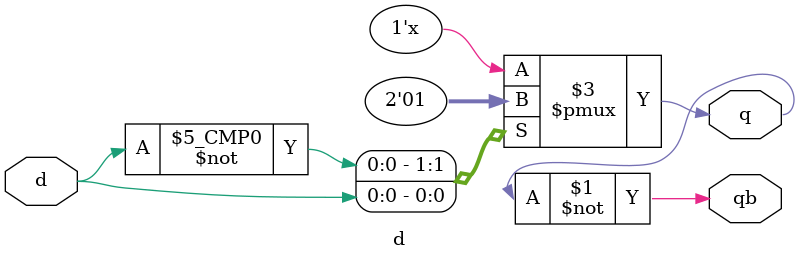
<source format=v>
module d(input d,output reg q,output qb);
assign qb=~q;
always @ (*) begin
case ({d})
1'b0:q=1'b0; //reset
1'b1:q=1'b1; //set
endcase
end
endmodule

</source>
